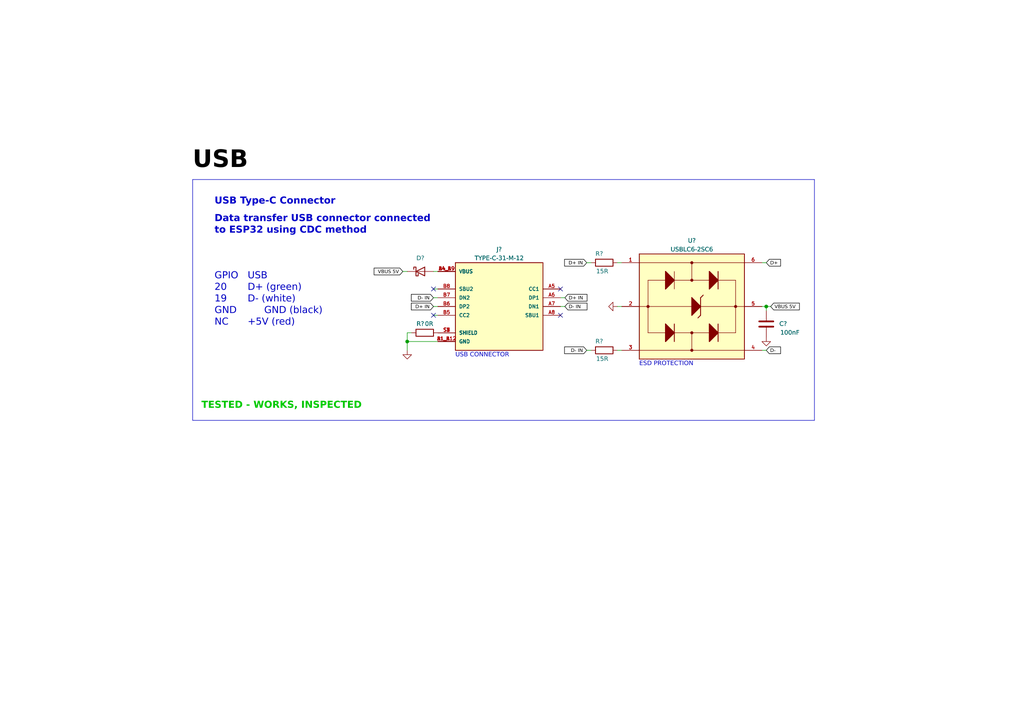
<source format=kicad_sch>
(kicad_sch (version 20231120) (generator "eeschema") (generator_version "8.0")
  (paper "A4")
  (title_block (title "SUMEC_MK_IV") (date "2024-07-01") (company "SPS NA PROSEKU") (comment 1 "SAVVA POPOV"))
  (lib_symbols
    (symbol "Device:C" (pin_numbers hide) (pin_names (offset 0.254))
      (property "Reference" "C" (at 0.635 2.54 0))
      (property "Value" "C" (at 0.635 -2.54 0))
      (symbol "C_0_1"
        (polyline (pts (xy -2.032 -0.762) (xy 2.032 -0.762)) (stroke (width 0.508)))
        (polyline (pts (xy -2.032 0.762) (xy 2.032 0.762)) (stroke (width 0.508)))
      )
      (symbol "C_1_1"
        (pin passive line (at 0 3.81 270) (length 2.794) (name "~") (number "1"))
        (pin passive line (at 0 -3.81 90) (length 2.794) (name "~") (number "2"))
      )
    )
    (symbol "Device:D_Schottky" (pin_numbers hide) (pin_names (offset 1.016) hide)
      (property "Reference" "D" (at 0 2.54 0))
      (property "Value" "D_Schottky" (at 0 -2.54 0))
      (symbol "D_Schottky_0_1"
        (polyline (pts (xy 1.27 0) (xy -1.27 0)))
        (polyline (pts (xy 1.27 1.27) (xy 1.27 -1.27) (xy -1.27 0) (xy 1.27 1.27)) (stroke (width 0.254)))
        (polyline (pts (xy -1.905 0.635) (xy -1.905 1.27) (xy -1.27 1.27) (xy -1.27 -1.27) (xy -0.635 -1.27) (xy -0.635 -0.635)) (stroke (width 0.254)))
      )
      (symbol "D_Schottky_1_1"
        (pin passive line (at -3.81 0 0) (length 2.54) (name "K") (number "1"))
        (pin passive line (at 3.81 0 180) (length 2.54) (name "A") (number "2"))
      )
    )
    (symbol "Device:R" (pin_numbers hide) (pin_names (offset 0))
      (property "Reference" "R" (at 2.032 0 90))
      (property "Value" "R" (at 0 0 90))
      (symbol "R_0_1"
        (rectangle (start -1.016 -2.54) (end 1.016 2.54) (stroke (width 0.254)))
      )
      (symbol "R_1_1"
        (pin passive line (at 0 3.81 270) (length 1.27) (name "~") (number "1"))
        (pin passive line (at 0 -3.81 90) (length 1.27) (name "~") (number "2"))
      )
    )
    (symbol "power:GND" (power) (pin_names (offset 0))
      (property "Value" "GND" (at 0 -3.81 0))
      (symbol "GND_0_1"
        (polyline (pts (xy 0 0) (xy 0 -1.27) (xy 1.27 -1.27) (xy 0 -2.54) (xy -1.27 -1.27) (xy 0 -1.27)))
      )
      (symbol "GND_1_1"
        (pin power_in line (at 0 0 270) (length 0) hide (name "GND") (number "1"))
      )
    )
    (symbol "sumec_library:TYPE-C-31-M-12" (pin_names (offset 1.016))
      (property "Reference" "J" (at -12.7 13.462 0))
      (property "Value" "TYPE-C-31-M-12" (at -12.7 -13.462 0))
      (symbol "TYPE-C-31-M-12_0_0"
        (rectangle (start -12.7 -12.7) (end 12.7 12.7) (stroke (width 0.254)) (fill (type background)))
        (pin power_in line (at 17.78 -10.16 180) (length 5.08) (name "GND") (number "A1_B12"))
        (pin power_in line (at 17.78 10.16 180) (length 5.08) (name "VBUS") (number "A4_B9"))
        (pin bidirectional line (at -17.78 5.08 0) (length 5.08) (name "CC1") (number "A5"))
        (pin bidirectional line (at -17.78 2.54 0) (length 5.08) (name "DP1") (number "A6"))
        (pin bidirectional line (at -17.78 0 0) (length 5.08) (name "DN1") (number "A7"))
        (pin bidirectional line (at -17.78 -2.54 0) (length 5.08) (name "SBU1") (number "A8"))
        (pin power_in line (at 17.78 -10.16 180) (length 5.08) (name "GND") (number "B1_A12"))
        (pin power_in line (at 17.78 10.16 180) (length 5.08) (name "VBUS") (number "B4_A9"))
        (pin bidirectional line (at 17.78 -2.54 180) (length 5.08) (name "CC2") (number "B5"))
        (pin bidirectional line (at 17.78 0 180) (length 5.08) (name "DP2") (number "B6"))
        (pin bidirectional line (at 17.78 2.54 180) (length 5.08) (name "DN2") (number "B7"))
        (pin bidirectional line (at 17.78 5.08 180) (length 5.08) (name "SBU2") (number "B8"))
        (pin passive line (at 17.78 -7.62 180) (length 5.08) (name "SHIELD") (number "S1"))
        (pin passive line (at 17.78 -7.62 180) (length 5.08) (name "SHIELD") (number "S2"))
        (pin passive line (at 17.78 -7.62 180) (length 5.08) (name "SHIELD") (number "S3"))
        (pin passive line (at 17.78 -7.62 180) (length 5.08) (name "SHIELD") (number "S4"))
      )
    )
    (symbol "sumec_library:USBLC6-2SC6" (pin_names (offset 1.016))
      (property "Reference" "U" (at -15.2693 17.8093 0))
      (property "Value" "USBLC6-2SC6" (at -15.2559 -17.7959 0))
      (symbol "USBLC6-2SC6_0_0"
        (rectangle (start -15.24 -15.24) (end 15.24 15.24) (stroke (width 0.254)) (fill (type background)))
        (circle (center -12.7 0) (radius 0.254) (stroke (width 0.381)))
        (circle (center 0 -12.7) (radius 0.254) (stroke (width 0.381)))
        (circle (center 0 -7.62) (radius 0.254) (stroke (width 0.381)))
        (polyline (pts (xy -15.24 -12.7) (xy 0 -12.7)) (stroke (width 0.1524)))
        (polyline (pts (xy -15.24 12.7) (xy 0 12.7)) (stroke (width 0.1524)))
        (polyline (pts (xy -12.7 -7.62) (xy -7.62 -7.62)) (stroke (width 0.1524)))
        (polyline (pts (xy -12.7 0) (xy -15.24 0)) (stroke (width 0.1524)))
        (polyline (pts (xy -12.7 0) (xy -12.7 -7.62)) (stroke (width 0.1524)))
        (polyline (pts (xy -12.7 0) (xy 0 0)) (stroke (width 0.1524)))
        (polyline (pts (xy -12.7 7.62) (xy -12.7 0)) (stroke (width 0.1524)))
        (polyline (pts (xy -12.7 7.62) (xy -7.62 7.62)) (stroke (width 0.1524)))
        (polyline (pts (xy -7.62 -10.16) (xy -7.62 -7.62)) (stroke (width 0.254)))
        (polyline (pts (xy -7.62 -7.62) (xy -7.62 -5.08)) (stroke (width 0.254)))
        (polyline (pts (xy -7.62 -5.08) (xy -5.08 -7.62)) (stroke (width 0.254)))
        (polyline (pts (xy -7.62 5.08) (xy -7.62 7.62)) (stroke (width 0.254)))
        (polyline (pts (xy -7.62 7.62) (xy -7.62 10.16)) (stroke (width 0.254)))
        (polyline (pts (xy -7.62 10.16) (xy -5.08 7.62)) (stroke (width 0.254)))
        (polyline (pts (xy -5.08 -7.62) (xy -7.62 -10.16)) (stroke (width 0.254)))
        (polyline (pts (xy -5.08 -7.62) (xy -5.08 -10.16)) (stroke (width 0.254)))
        (polyline (pts (xy -5.08 -7.62) (xy 0 -7.62)) (stroke (width 0.1524)))
        (polyline (pts (xy -5.08 -5.08) (xy -5.08 -7.62)) (stroke (width 0.254)))
        (polyline (pts (xy -5.08 7.62) (xy -7.62 5.08)) (stroke (width 0.254)))
        (polyline (pts (xy -5.08 7.62) (xy -5.08 5.08)) (stroke (width 0.1524)))
        (polyline (pts (xy -5.08 7.62) (xy 0 7.62)) (stroke (width 0.1524)))
        (polyline (pts (xy -5.08 10.16) (xy -5.08 7.62)) (stroke (width 0.1524)))
        (polyline (pts (xy 0 -7.62) (xy 0 -12.7)) (stroke (width 0.1524)))
        (polyline (pts (xy 0 -7.62) (xy 5.08 -7.62)) (stroke (width 0.1524)))
        (polyline (pts (xy 0 -2.54) (xy 0 0)) (stroke (width 0.254)))
        (polyline (pts (xy 0 0) (xy 0 2.54)) (stroke (width 0.254)))
        (polyline (pts (xy 0 2.54) (xy 2.54 0)) (stroke (width 0.254)))
        (polyline (pts (xy 0 7.62) (xy 0 12.7)) (stroke (width 0.1524)))
        (polyline (pts (xy 0 7.62) (xy 5.08 7.62)) (stroke (width 0.1524)))
        (polyline (pts (xy 0 12.7) (xy 15.24 12.7)) (stroke (width 0.1524)))
        (polyline (pts (xy 2.54 -2.54) (xy 1.778 -3.302)) (stroke (width 0.254)))
        (polyline (pts (xy 2.54 0) (xy 0 -2.54)) (stroke (width 0.254)))
        (polyline (pts (xy 2.54 0) (xy 12.7 0)) (stroke (width 0.1524)))
        (polyline (pts (xy 2.54 2.54) (xy 2.54 -2.54)) (stroke (width 0.254)))
        (polyline (pts (xy 2.54 2.54) (xy 3.302 3.302)) (stroke (width 0.254)))
        (polyline (pts (xy 5.08 -10.16) (xy 5.08 -7.62)) (stroke (width 0.254)))
        (polyline (pts (xy 5.08 -7.62) (xy 5.08 -5.08)) (stroke (width 0.254)))
        (polyline (pts (xy 5.08 -5.08) (xy 7.62 -7.62)) (stroke (width 0.254)))
        (polyline (pts (xy 5.08 5.08) (xy 5.08 7.62)) (stroke (width 0.254)))
        (polyline (pts (xy 5.08 7.62) (xy 5.08 10.16)) (stroke (width 0.254)))
        (polyline (pts (xy 5.08 10.16) (xy 7.62 7.62)) (stroke (width 0.254)))
        (polyline (pts (xy 7.62 -7.62) (xy 5.08 -10.16)) (stroke (width 0.254)))
        (polyline (pts (xy 7.62 -7.62) (xy 7.62 -10.16)) (stroke (width 0.254)))
        (polyline (pts (xy 7.62 -7.62) (xy 12.7 -7.62)) (stroke (width 0.1524)))
        (polyline (pts (xy 7.62 -5.08) (xy 7.62 -7.62)) (stroke (width 0.254)))
        (polyline (pts (xy 7.62 7.62) (xy 5.08 5.08)) (stroke (width 0.254)))
        (polyline (pts (xy 7.62 7.62) (xy 7.62 5.08)) (stroke (width 0.254)))
        (polyline (pts (xy 7.62 7.62) (xy 12.7 7.62)) (stroke (width 0.1524)))
        (polyline (pts (xy 7.62 10.16) (xy 7.62 7.62)) (stroke (width 0.254)))
        (polyline (pts (xy 12.7 0) (xy 12.7 -7.62)) (stroke (width 0.1524)))
        (polyline (pts (xy 12.7 0) (xy 15.24 0)) (stroke (width 0.1524)))
        (polyline (pts (xy 12.7 7.62) (xy 12.7 0)) (stroke (width 0.1524)))
        (polyline (pts (xy 15.24 -12.7) (xy 0 -12.7)) (stroke (width 0.1524)))
        (polyline (pts (xy -7.62 -5.08) (xy -7.62 -10.16) (xy -5.08 -7.62) (xy -7.62 -5.08)) (stroke (width 0.254)) (fill (type outline)))
        (polyline (pts (xy -7.62 10.16) (xy -7.62 5.08) (xy -5.08 7.62) (xy -7.62 10.16)) (stroke (width 0.254)) (fill (type outline)))
        (polyline (pts (xy 0 2.54) (xy 0 -2.54) (xy 2.54 0) (xy 0 2.54)) (stroke (width 0.254)) (fill (type outline)))
        (polyline (pts (xy 5.08 -5.08) (xy 5.08 -10.16) (xy 7.62 -7.62) (xy 5.08 -5.08)) (stroke (width 0.254)) (fill (type outline)))
        (polyline (pts (xy 5.08 10.16) (xy 5.08 5.08) (xy 7.62 7.62) (xy 5.08 10.16)) (stroke (width 0.254)) (fill (type outline)))
        (circle (center 0 7.62) (radius 0.254) (stroke (width 0.381)))
        (circle (center 0 12.7) (radius 0.254) (stroke (width 0.381)))
        (circle (center 12.7 0) (radius 0.254) (stroke (width 0.381)))
        (pin bidirectional line (at -20.32 12.7 0) (length 5.08) (name "~") (number "1"))
        (pin power_in line (at -20.32 0 0) (length 5.08) (name "~") (number "2"))
        (pin bidirectional line (at -20.32 -12.7 0) (length 5.08) (name "~") (number "3"))
        (pin bidirectional line (at 20.32 -12.7 180) (length 5.08) (name "~") (number "4"))
        (pin power_in line (at 20.32 0 180) (length 5.08) (name "~") (number "5"))
        (pin bidirectional line (at 20.32 12.7 180) (length 5.08) (name "~") (number "6"))
      )
    )
  )
  (junction (at 222.25 88.9))
  (junction (at 118.11 99.06))
  (no_connect (at 125.73 91.44))
  (no_connect (at 162.56 83.82))
  (no_connect (at 125.73 83.82))
  (no_connect (at 162.56 91.44))
  (wire (pts (xy 125.73 83.82) (xy 127 83.82)))
  (wire (pts (xy 170.18 101.6) (xy 171.45 101.6)))
  (wire (pts (xy 118.11 99.06) (xy 127 99.06)))
  (wire (pts (xy 125.73 86.36) (xy 127 86.36)))
  (wire (pts (xy 118.11 96.52) (xy 118.11 99.06)))
  (wire (pts (xy 222.25 88.9) (xy 220.98 88.9)))
  (wire (pts (xy 170.18 76.2) (xy 171.45 76.2)))
  (wire (pts (xy 125.73 78.74) (xy 127 78.74)))
  (wire (pts (xy 179.07 101.6) (xy 180.34 101.6)))
  (wire (pts (xy 179.07 76.2) (xy 180.34 76.2)))
  (wire (pts (xy 179.07 88.9) (xy 180.34 88.9)))
  (wire (pts (xy 223.52 88.9) (xy 222.25 88.9)))
  (wire (pts (xy 163.83 88.9) (xy 162.56 88.9)))
  (wire (pts (xy 163.83 86.36) (xy 162.56 86.36)))
  (wire (pts (xy 125.73 91.44) (xy 127 91.44)))
  (wire (pts (xy 222.25 101.6) (xy 220.98 101.6)))
  (wire (pts (xy 220.98 76.2) (xy 222.25 76.2)))
  (wire (pts (xy 118.11 101.6) (xy 118.11 99.06)))
  (polyline (pts (xy 236.22 121.92) (xy 236.22 52.07)))
  (wire (pts (xy 116.84 78.74) (xy 118.11 78.74)))
  (wire (pts (xy 222.25 90.17) (xy 222.25 88.9)))
  (wire (pts (xy 118.11 96.52) (xy 119.38 96.52)))
  (polyline (pts (xy 55.88 52.07) (xy 236.22 52.07)))
  (wire (pts (xy 125.73 88.9) (xy 127 88.9)))
  (polyline (pts (xy 55.88 121.92) (xy 236.22 121.92)))
  (polyline (pts (xy 55.88 52.07) (xy 55.88 121.92)))
  (text "TESTED - WORKS, INSPECTED" (at 58.42 119.38 0) (effects (font (size 2 2) (thickness 0.4) (bold yes)) (justify left bottom)))
  (text "GPIO	USB\n20		D+ (green)\n19		D- (white)\nGND		GND (black)\nNC		+5V (red)" (at 62.23 95.25 0) (effects (font (size 2 2)) (justify left bottom)))
  (text "USB CONNECTOR" (at 132.08 104.14 0) (effects (font (size 1.27 1.27)) (justify left bottom)))
  (text "USB" (at 55.88 50.8 0) (effects (font (size 5 5) (bold yes)) (justify left bottom)))
  (text "ESD PROTECTION" (at 185.42 106.68 0) (effects (font (size 1.27 1.27)) (justify left bottom)))
  (text "Data transfer USB connector connected\nto ESP32 using CDC method" (at 62.23 68.58 0) (effects (font (size 2 2) (thickness 0.254) (bold yes)) (justify left bottom)))
  (text "USB Type-C Connector\n\n" (at 62.23 63.5 0) (effects (font (size 2 2) (thickness 0.4) (bold yes)) (justify left bottom)))
  (global_label "D+ IN" (shape input) (at 163.83 86.36 0) (effects (font (size 1 1))) (property "Intersheetrefs" "${INTERSHEET_REFS}" (effects (hide yes))))
  (global_label "D- IN" (shape input) (at 170.18 101.6 180) (effects (font (size 1 1))) (property "Intersheetrefs" "${INTERSHEET_REFS}" (effects (hide yes))))
  (global_label "VBUS 5V" (shape input) (at 116.84 78.74 180) (effects (font (size 1 1))) (property "Intersheetrefs" "${INTERSHEET_REFS}" (effects (hide yes))))
  (global_label "D+" (shape input) (at 222.25 76.2 0) (effects (font (size 1 1))) (property "Intersheetrefs" "${INTERSHEET_REFS}" (effects (hide yes))))
  (global_label "VBUS 5V" (shape input) (at 223.52 88.9 0) (effects (font (size 1 1))) (property "Intersheetrefs" "${INTERSHEET_REFS}" (effects (hide yes))))
  (global_label "D+ IN" (shape input) (at 170.18 76.2 180) (effects (font (size 1 1))) (property "Intersheetrefs" "${INTERSHEET_REFS}" (effects (hide yes))))
  (global_label "D- IN" (shape input) (at 125.73 86.36 180) (effects (font (size 1 1))) (property "Intersheetrefs" "${INTERSHEET_REFS}" (effects (hide yes))))
  (global_label "D- IN" (shape input) (at 163.83 88.9 0) (effects (font (size 1 1))) (property "Intersheetrefs" "${INTERSHEET_REFS}" (effects (hide yes))))
  (global_label "D-" (shape input) (at 222.25 101.6 0) (effects (font (size 1 1))) (property "Intersheetrefs" "${INTERSHEET_REFS}" (effects (hide yes))))
  (global_label "D+ IN" (shape input) (at 125.73 88.9 180) (effects (font (size 1 1))) (property "Intersheetrefs" "${INTERSHEET_REFS}" (effects (hide yes))))
  (symbol (lib_id "sumec_library:USBLC6-2SC6") (at 200.66 88.9 0) (unit 1)
    (property "Reference" "U?" (at 200.66 69.85 0))
    (property "Value" "USBLC6-2SC6" (at 200.66 72.39 0))
    (property "Footprint" "Package_TO_SOT_SMD:TSOT-23-6_HandSoldering" (effects (hide yes)))
    (property "Description" "\n17V Clamp 5A (8/20µs) Ipp Tvs Diode Surface Mount SOT-23-6\n" (effects (hide yes)))
    (property "MF" "STMicroelectronics" (effects (hide yes)))
    (property "PURCHASE-URL" "https://pricing.snapeda.com/search/part/USBLC6-2SC6/?ref=eda" (effects (hide yes)))
    (property "PACKAGE" "SOT-23-6 STMicroelectronics" (effects (hide yes)))
    (property "PRICE" "None" (effects (hide yes)))
    (property "Package" "SOT-23-6 STMicroelectronics" (effects (hide yes)))
    (property "Check_prices" "https://www.snapeda.com/parts/USBLC6-2SC6/STMicroelectronics/view-part/?ref=eda" (effects (hide yes)))
    (property "Price" "None" (effects (hide yes)))
    (property "SnapEDA_Link" "https://www.snapeda.com/parts/USBLC6-2SC6/STMicroelectronics/view-part/?ref=snap" (effects (hide yes)))
    (property "MP" "USBLC6-2SC6" (effects (hide yes)))
    (property "Purchase-URL" "https://www.snapeda.com/api/url_track_click_mouser/?unipart_id=231887&manufacturer=STMicroelectronics&part_name=USBLC6-2SC6&search_term=None" (effects (hide yes)))
    (property "Availability" "In Stock" (effects (hide yes)))
    (property "AVAILABILITY" "In Stock" (effects (hide yes)))
    (property "DESCRIPTION" "17V Clamp 5A (8/20µs) Ipp Tvs Diode Surface Mount SOT-23-6" (effects (hide yes)))
  )
  (symbol (lib_id "Device:R") (at 175.26 101.6 90) (unit 1)
    (property "Reference" "R?" (at 172.72 99.06 90) (effects (justify right)))
    (property "Value" "15R" (at 172.72 104.14 90) (effects (justify right)))
    (property "Footprint" "Resistor_SMD:R_0805_2012Metric_Pad1.20x1.40mm_HandSolder" (effects (hide yes)))
  )
  (symbol (lib_id "Device:R") (at 175.26 76.2 90) (unit 1)
    (property "Reference" "R?" (at 172.72 73.66 90) (effects (justify right)))
    (property "Value" "15R" (at 172.72 78.74 90) (effects (justify right)))
    (property "Footprint" "Resistor_SMD:R_0805_2012Metric_Pad1.20x1.40mm_HandSolder" (effects (hide yes)))
  )
  (symbol (lib_id "sumec_library:TYPE-C-31-M-12") (at 144.78 88.9 0) (mirror y) (unit 1)
    (property "Reference" "J?" (at 144.78 72.39 0))
    (property "Value" "TYPE-C-31-M-12" (at 144.78 74.93 0))
    (property "Footprint" "sumec-smdV2_library:USB_Type_C" (effects (hide yes)))
    (property "Description" "\nUSB Connectors 24 Receptacle 1 8.94*7.3mm RoHS\n" (effects (hide yes)))
    (property "MF" "HRO Electronics Co., Ltd." (effects (hide yes)))
    (property "MAXIMUM_PACKAGE_HEIGHT" "3.26 mm" (effects (hide yes)))
    (property "Package" "Package" (effects (hide yes)))
    (property "Price" "None" (effects (hide yes)))
    (property "Check_prices" "https://www.snapeda.com/parts/TYPE-C-31-M-12/HRO+Electronics+Co.%252C+Ltd./view-part/?ref=eda" (effects (hide yes)))
    (property "STANDARD" "Manufacturer Recommendations" (effects (hide yes)))
    (property "PARTREV" "2020.12.08" (effects (hide yes)))
    (property "SnapEDA_Link" "https://www.snapeda.com/parts/TYPE-C-31-M-12/HRO+Electronics+Co.%252C+Ltd./view-part/?ref=snap" (effects (hide yes)))
    (property "MP" "TYPE-C-31-M-12" (effects (hide yes)))
    (property "SNAPEDA_PN" "TYPE-C-31-M-12" (effects (hide yes)))
    (property "Availability" "Not in stock" (effects (hide yes)))
    (property "MANUFACTURER" "HRO Electronics Co., Ltd." (effects (hide yes)))
  )
  (symbol (lib_id "power:GND") (at 222.25 97.79 0) (unit 1)
    (property "Reference" "#PWR04" (effects (hide yes)))
    (property "Value" "GND" (effects (hide yes)))
  )
  (symbol (lib_id "Device:C") (at 222.25 93.98 0) (unit 1)
    (property "Reference" "C?" (at 226.06 93.98 0) (effects (justify left)))
    (property "Value" "100nF" (at 226.06 96.52 0) (effects (justify left)))
    (property "Footprint" "Capacitor_SMD:C_0805_2012Metric_Pad1.18x1.45mm_HandSolder" (effects (hide yes)))
  )
  (symbol (lib_id "Device:R") (at 123.19 96.52 270) (unit 1)
    (property "Reference" "R?" (at 121.92 93.98 90))
    (property "Value" "0R" (at 124.46 93.98 90))
    (property "Footprint" "Resistor_SMD:R_1206_3216Metric_Pad1.30x1.75mm_HandSolder" (effects (hide yes)))
  )
  (symbol (lib_id "power:GND") (at 179.07 88.9 270) (unit 1)
    (property "Reference" "#PWR03" (effects (hide yes)))
    (property "Value" "GND" (effects (hide yes)))
  )
  (symbol (lib_id "power:GND") (at 118.11 101.6 0) (unit 1)
    (property "Reference" "#PWR01" (effects (hide yes)))
    (property "Value" "GND" (effects (hide yes)))
  )
  (symbol (lib_id "Device:D_Schottky") (at 121.92 78.74 0) (unit 1)
    (property "Reference" "D?" (at 121.92 74.93 0))
    (property "Value" "D_Schottky" (effects (hide yes)))
    (property "Footprint" "Diode_SMD:D_1206_3216Metric_Pad1.42x1.75mm_HandSolder" (effects (hide yes)))
  )
)
</source>
